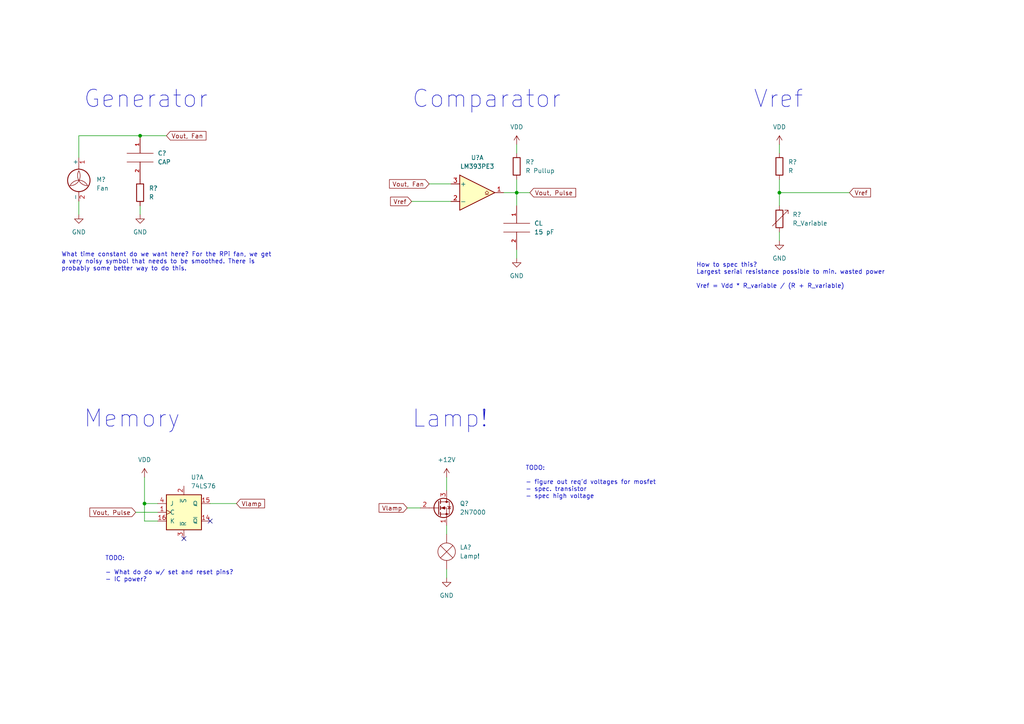
<source format=kicad_sch>
(kicad_sch (version 20211123) (generator eeschema)
  (paper "A4")
  (title_block (title "Candle Lamp Circuit") (rev "0.0.1dev"))
  (lib_symbols
    (symbol "74xx:74LS76" (pin_names (offset 1.016))
      (property "Reference" "U" (at -7.62 8.89 0))
      (property "Value" "74LS76" (at -7.62 -8.89 0))
      (symbol "74LS76_1_0"
        (pin input clock (at -7.62 0 0) (length 2.54) (name "C") (number "1"))
        (pin output line (at 7.62 -2.54 180) (length 2.54) (name "~{Q}") (number "14"))
        (pin output line (at 7.62 2.54 180) (length 2.54) (name "Q") (number "15"))
        (pin input line (at -7.62 -2.54 0) (length 2.54) (name "K") (number "16"))
        (pin input line (at 0 7.62 270) (length 2.54) (name "~{S}") (number "2"))
        (pin input line (at 0 -7.62 90) (length 2.54) (name "~{R}") (number "3"))
        (pin input line (at -7.62 2.54 0) (length 2.54) (name "J") (number "4"))
      )
      (symbol "74LS76_1_1"
        (rectangle (start -5.08 5.08) (end 5.08 -5.08) (stroke (width 0.254)) (fill (type background)))
      )
      (symbol "74LS76_2_0"
        (pin output line (at 7.62 -2.54 180) (length 2.54) (name "~{Q}") (number "10"))
        (pin output line (at 7.62 2.54 180) (length 2.54) (name "Q") (number "11"))
        (pin input line (at -7.62 -2.54 0) (length 2.54) (name "K") (number "12"))
        (pin input clock (at -7.62 0 0) (length 2.54) (name "C") (number "6"))
        (pin input line (at 0 7.62 270) (length 2.54) (name "~{S}") (number "7"))
        (pin input line (at 0 -7.62 90) (length 2.54) (name "~{R}") (number "8"))
        (pin input line (at -7.62 2.54 0) (length 2.54) (name "J") (number "9"))
      )
      (symbol "74LS76_2_1"
        (rectangle (start -5.08 5.08) (end 5.08 -5.08) (stroke (width 0.254)) (fill (type background)))
      )
      (symbol "74LS76_3_0"
        (pin power_in line (at 0 -10.16 90) (length 2.54) (name "GND") (number "13"))
        (pin power_in line (at 0 10.16 270) (length 2.54) (name "VCC") (number "5"))
      )
      (symbol "74LS76_3_1"
        (rectangle (start -5.08 7.62) (end 5.08 -7.62) (stroke (width 0.254)) (fill (type background)))
      )
    )
    (symbol "Comparator:LM393" (pin_names (offset 0.127))
      (property "Reference" "U" (at 3.81 3.81 0))
      (property "Value" "LM393" (at 6.35 -3.81 0))
      (symbol "LM393_1_1"
        (polyline (pts (xy -5.08 5.08) (xy 5.08 0) (xy -5.08 -5.08) (xy -5.08 5.08)) (stroke (width 0.254)) (fill (type background)))
        (polyline (pts (xy 3.302 -0.508) (xy 2.794 -0.508) (xy 3.302 0) (xy 2.794 0.508) (xy 2.286 0) (xy 2.794 -0.508) (xy 2.286 -0.508)) (stroke (width 0.127)))
        (pin open_collector line (at 7.62 0 180) (length 2.54) (name "~") (number "1"))
        (pin input line (at -7.62 -2.54 0) (length 2.54) (name "-") (number "2"))
        (pin input line (at -7.62 2.54 0) (length 2.54) (name "+") (number "3"))
      )
      (symbol "LM393_2_1"
        (polyline (pts (xy -5.08 5.08) (xy 5.08 0) (xy -5.08 -5.08) (xy -5.08 5.08)) (stroke (width 0.254)) (fill (type background)))
        (polyline (pts (xy 3.302 -0.508) (xy 2.794 -0.508) (xy 3.302 0) (xy 2.794 0.508) (xy 2.286 0) (xy 2.794 -0.508) (xy 2.286 -0.508)) (stroke (width 0.127)))
        (pin input line (at -7.62 2.54 0) (length 2.54) (name "+") (number "5"))
        (pin input line (at -7.62 -2.54 0) (length 2.54) (name "-") (number "6"))
        (pin open_collector line (at 7.62 0 180) (length 2.54) (name "~") (number "7"))
      )
      (symbol "LM393_3_1"
        (pin power_in line (at -2.54 -7.62 90) (length 3.81) (name "V-") (number "4"))
        (pin power_in line (at -2.54 7.62 270) (length 3.81) (name "V+") (number "8"))
      )
    )
    (symbol "Device:Lamp" (pin_numbers hide) (pin_names (offset 0.0254) hide)
      (property "Reference" "LA" (at 0.635 3.81 0))
      (property "Value" "Lamp" (at 0.635 -3.81 0))
      (symbol "Lamp_0_1"
        (polyline (pts (xy -1.778 1.778) (xy 1.778 -1.778)))
        (polyline (pts (xy 1.778 1.778) (xy -1.778 -1.778)))
        (circle (center 0 0) (radius 2.54))
      )
      (symbol "Lamp_1_1"
        (pin passive line (at 0 -5.08 90) (length 2.54) (name "-") (number "1"))
        (pin passive line (at 0 5.08 270) (length 2.54) (name "+") (number "2"))
      )
    )
    (symbol "Device:R" (pin_numbers hide) (pin_names (offset 0))
      (property "Reference" "R" (at 2.032 0 90))
      (property "Value" "R" (at 0 0 90))
      (symbol "R_0_1"
        (rectangle (start -1.016 -2.54) (end 1.016 2.54) (stroke (width 0.254)))
      )
      (symbol "R_1_1"
        (pin passive line (at 0 3.81 270) (length 1.27) (name "~") (number "1"))
        (pin passive line (at 0 -3.81 90) (length 1.27) (name "~") (number "2"))
      )
    )
    (symbol "Device:R_Variable" (pin_numbers hide) (pin_names (offset 0))
      (property "Reference" "R" (at 2.54 -2.54 90))
      (property "Value" "R_Variable" (at -2.54 -1.27 90))
      (symbol "R_Variable_0_1"
        (rectangle (start -1.016 -2.54) (end 1.016 2.54) (stroke (width 0.254)))
        (polyline (pts (xy 2.54 1.524) (xy 2.54 2.54) (xy 1.524 2.54) (xy 2.54 2.54) (xy -2.032 -2.032)))
      )
      (symbol "R_Variable_1_1"
        (pin passive line (at 0 3.81 270) (length 1.27) (name "~") (number "1"))
        (pin passive line (at 0 -3.81 90) (length 1.27) (name "~") (number "2"))
      )
    )
    (symbol "Motor:Fan" (pin_names (offset 0))
      (property "Reference" "M" (at 2.54 5.08 0))
      (property "Value" "Fan" (at 2.54 -2.54 0))
      (symbol "Fan_0_1"
        (arc (start -2.54 -0.508) (mid 0.0028 0.9121) (end 0 3.81))
        (polyline (pts (xy 0 -5.08) (xy 0 -4.572)))
        (polyline (pts (xy 0 -2.2352) (xy 0 -2.6416)))
        (polyline (pts (xy 0 4.2672) (xy 0 4.6228)))
        (polyline (pts (xy 0 4.572) (xy 0 5.08)))
        (circle (center 0 1.016) (radius 3.2512) (stroke (width 0.254)))
        (arc (start 0 3.81) (mid 0.053 0.921) (end 2.54 -0.508))
        (arc (start 2.54 -0.508) (mid 0 1.0618) (end -2.54 -0.508))
      )
      (symbol "Fan_1_1"
        (pin passive line (at 0 7.62 270) (length 2.54) (name "+") (number "1"))
        (pin passive line (at 0 -5.08 90) (length 2.54) (name "-") (number "2"))
      )
    )
    (symbol "Transistor_FET:2N7000" (pin_names hide)
      (property "Reference" "Q" (at 5.08 1.905 0))
      (property "Value" "2N7000" (at 5.08 0 0))
      (symbol "2N7000_0_1"
        (polyline (pts (xy 0.254 0) (xy -2.54 0)))
        (polyline (pts (xy 0.254 1.905) (xy 0.254 -1.905)) (stroke (width 0.254)))
        (polyline (pts (xy 0.762 -1.27) (xy 0.762 -2.286)) (stroke (width 0.254)))
        (polyline (pts (xy 0.762 0.508) (xy 0.762 -0.508)) (stroke (width 0.254)))
        (polyline (pts (xy 0.762 2.286) (xy 0.762 1.27)) (stroke (width 0.254)))
        (polyline (pts (xy 2.54 2.54) (xy 2.54 1.778)))
        (polyline (pts (xy 2.54 -2.54) (xy 2.54 0) (xy 0.762 0)))
        (polyline (pts (xy 0.762 -1.778) (xy 3.302 -1.778) (xy 3.302 1.778) (xy 0.762 1.778)))
        (polyline (pts (xy 1.016 0) (xy 2.032 0.381) (xy 2.032 -0.381) (xy 1.016 0)) (fill (type outline)))
        (polyline (pts (xy 2.794 0.508) (xy 2.921 0.381) (xy 3.683 0.381) (xy 3.81 0.254)))
        (polyline (pts (xy 3.302 0.381) (xy 2.921 -0.254) (xy 3.683 -0.254) (xy 3.302 0.381)))
        (circle (center 1.651 0) (radius 2.794) (stroke (width 0.254)))
        (circle (center 2.54 -1.778) (radius 0.254) (fill (type outline)))
        (circle (center 2.54 1.778) (radius 0.254) (fill (type outline)))
      )
      (symbol "2N7000_1_1"
        (pin passive line (at 2.54 -5.08 90) (length 2.54) (name "S") (number "1"))
        (pin input line (at -5.08 0 0) (length 2.54) (name "G") (number "2"))
        (pin passive line (at 2.54 5.08 270) (length 2.54) (name "D") (number "3"))
      )
    )
    (symbol "power:+12V" (power) (pin_names (offset 0))
      (property "Value" "+12V" (at 0 3.556 0))
      (symbol "+12V_0_1"
        (polyline (pts (xy -0.762 1.27) (xy 0 2.54)))
        (polyline (pts (xy 0 0) (xy 0 2.54)))
        (polyline (pts (xy 0 2.54) (xy 0.762 1.27)))
      )
      (symbol "+12V_1_1"
        (pin power_in line (at 0 0 90) (length 0) hide (name "+12V") (number "1"))
      )
    )
    (symbol "power:GND" (power) (pin_names (offset 0))
      (property "Value" "GND" (at 0 -3.81 0))
      (symbol "GND_0_1"
        (polyline (pts (xy 0 0) (xy 0 -1.27) (xy 1.27 -1.27) (xy 0 -2.54) (xy -1.27 -1.27) (xy 0 -1.27)))
      )
      (symbol "GND_1_1"
        (pin power_in line (at 0 0 270) (length 0) hide (name "GND") (number "1"))
      )
    )
    (symbol "power:VDD" (power) (pin_names (offset 0))
      (property "Value" "VDD" (at 0 3.81 0))
      (symbol "VDD_0_1"
        (polyline (pts (xy -0.762 1.27) (xy 0 2.54)))
        (polyline (pts (xy 0 0) (xy 0 2.54)))
        (polyline (pts (xy 0 2.54) (xy 0.762 1.27)))
      )
      (symbol "VDD_1_1"
        (pin power_in line (at 0 0 90) (length 0) hide (name "VDD") (number "1"))
      )
    )
    (symbol "pspice:CAP" (pin_names (offset 0.254))
      (property "Reference" "C" (at 2.54 3.81 90))
      (property "Value" "CAP" (at 2.54 -3.81 90))
      (symbol "CAP_0_1"
        (polyline (pts (xy -3.81 -1.27) (xy 3.81 -1.27)))
        (polyline (pts (xy -3.81 1.27) (xy 3.81 1.27)))
      )
      (symbol "CAP_1_1"
        (pin passive line (at 0 6.35 270) (length 5.08) (name "~") (number "1"))
        (pin passive line (at 0 -6.35 90) (length 5.08) (name "~") (number "2"))
      )
    )
  )
  (junction (at 40.64 39.37))
  (junction (at 149.86 55.88))
  (junction (at 226.06 55.88))
  (junction (at 41.91 146.05))
  (no_connect (at 53.34 156.21))
  (no_connect (at 60.96 151.13))
  (wire (pts (xy 226.06 55.88) (xy 226.06 59.69)))
  (wire (pts (xy 129.54 152.4) (xy 129.54 154.94)))
  (wire (pts (xy 124.46 53.34) (xy 130.81 53.34)))
  (wire (pts (xy 226.06 52.07) (xy 226.06 55.88)))
  (wire (pts (xy 39.37 148.59) (xy 45.72 148.59)))
  (wire (pts (xy 119.38 58.42) (xy 130.81 58.42)))
  (wire (pts (xy 129.54 138.43) (xy 129.54 142.24)))
  (wire (pts (xy 40.64 39.37) (xy 48.26 39.37)))
  (wire (pts (xy 146.05 55.88) (xy 149.86 55.88)))
  (wire (pts (xy 41.91 138.43) (xy 41.91 146.05)))
  (wire (pts (xy 22.86 45.72) (xy 22.86 39.37)))
  (wire (pts (xy 45.72 151.13) (xy 41.91 151.13)))
  (wire (pts (xy 226.06 67.31) (xy 226.06 69.85)))
  (wire (pts (xy 40.64 59.69) (xy 40.64 62.23)))
  (wire (pts (xy 149.86 55.88) (xy 153.67 55.88)))
  (wire (pts (xy 149.86 52.07) (xy 149.86 55.88)))
  (wire (pts (xy 22.86 58.42) (xy 22.86 62.23)))
  (wire (pts (xy 149.86 41.91) (xy 149.86 44.45)))
  (wire (pts (xy 118.11 147.32) (xy 121.92 147.32)))
  (wire (pts (xy 41.91 146.05) (xy 45.72 146.05)))
  (wire (pts (xy 226.06 55.88) (xy 246.38 55.88)))
  (wire (pts (xy 226.06 41.91) (xy 226.06 44.45)))
  (wire (pts (xy 60.96 146.05) (xy 68.58 146.05)))
  (wire (pts (xy 41.91 151.13) (xy 41.91 146.05)))
  (wire (pts (xy 129.54 165.1) (xy 129.54 167.64)))
  (wire (pts (xy 149.86 55.88) (xy 149.86 59.69)))
  (wire (pts (xy 149.86 72.39) (xy 149.86 74.93)))
  (wire (pts (xy 22.86 39.37) (xy 40.64 39.37)))
  (text "Memory" (at 24.13 124.46 0) (effects (font (size 5 5)) (justify left bottom)))
  (text "Generator" (at 24.13 31.75 0) (effects (font (size 5 5)) (justify left bottom)))
  (text "How to spec this?\nLargest serial resistance possible to min. wasted power\n\nVref = Vdd * R_variable / (R + R_variable)" (at 201.93 83.82 0) (effects (font (size 1.27 1.27)) (justify left bottom)))
  (text "Lamp!" (at 119.38 124.46 0) (effects (font (size 5 5)) (justify left bottom)))
  (text "TODO:\n\n- What do do w/ set and reset pins?\n- IC power?" (at 30.48 168.91 0) (effects (font (size 1.27 1.27)) (justify left bottom)))
  (text "TODO:\n\n- figure out req'd voltages for mosfet\n- spec. transistor\n- spec high voltage" (at 152.4 144.78 0) (effects (font (size 1.27 1.27)) (justify left bottom)))
  (text "Comparator" (at 119.38 31.75 0) (effects (font (size 5 5)) (justify left bottom)))
  (text "Vref" (at 218.44 31.75 0) (effects (font (size 5 5)) (justify left bottom)))
  (text "What time constant do we want here? For the RPi fan, we get\na very noisy symbol that needs to be smoothed. There is\nprobably some better way to do this." (at 17.78 78.74 0) (effects (font (size 1.27 1.27)) (justify left bottom)))
  (global_label "Vref" (shape input) (at 246.38 55.88 0) (property "Intersheet References" "${INTERSHEET_REFS}" (effects hide)))
  (global_label "Vout, Pulse" (shape input) (at 153.67 55.88 0) (property "Intersheet References" "${INTERSHEET_REFS}" (effects hide)))
  (global_label "Vout, Fan" (shape input) (at 124.46 53.34 180) (property "Intersheet References" "${INTERSHEET_REFS}" (effects hide)))
  (global_label "Vout, Fan" (shape input) (at 48.26 39.37 0) (property "Intersheet References" "${INTERSHEET_REFS}" (effects hide)))
  (global_label "Vlamp" (shape input) (at 68.58 146.05 0) (property "Intersheet References" "${INTERSHEET_REFS}" (effects hide)))
  (global_label "Vlamp" (shape input) (at 118.11 147.32 180) (property "Intersheet References" "${INTERSHEET_REFS}" (effects hide)))
  (global_label "Vout, Pulse" (shape input) (at 39.37 148.59 180) (property "Intersheet References" "${INTERSHEET_REFS}" (effects hide)))
  (global_label "Vref" (shape input) (at 119.38 58.42 180) (property "Intersheet References" "${INTERSHEET_REFS}" (effects hide)))
  (symbol (lib_id "Device:R") (at 226.06 48.26 0) (unit 1)
    (property "Reference" "R?" (at 228.6 46.9899 0) (effects (justify left)))
    (property "Value" "R" (at 228.6 49.5299 0) (effects (justify left)))
  )
  (symbol (lib_id "Device:Lamp") (at 129.54 160.02 0) (unit 1)
    (property "Reference" "LA?" (at 133.35 158.7499 0) (effects (justify left)))
    (property "Value" "Lamp!" (at 133.35 161.2899 0) (effects (justify left)))
  )
  (symbol (lib_id "power:GND") (at 226.06 69.85 0) (unit 1)
    (property "Reference" "#PWR?" (effects hide))
    (property "Value" "GND" (at 226.06 74.93 0))
  )
  (symbol (lib_id "power:VDD") (at 41.91 138.43 0) (unit 1)
    (property "Reference" "#PWR?" (effects hide))
    (property "Value" "VDD" (at 41.91 133.35 0))
  )
  (symbol (lib_id "power:+12V") (at 129.54 138.43 0) (unit 1)
    (property "Reference" "#PWR?" (effects hide))
    (property "Value" "+12V" (at 129.54 133.35 0))
  )
  (symbol (lib_id "power:VDD") (at 226.06 41.91 0) (unit 1)
    (property "Reference" "#PWR?" (effects hide))
    (property "Value" "VDD" (at 226.06 36.83 0))
  )
  (symbol (lib_id "power:VDD") (at 149.86 41.91 0) (unit 1)
    (property "Reference" "#PWR?" (effects hide))
    (property "Value" "VDD" (at 149.86 36.83 0))
  )
  (symbol (lib_id "pspice:CAP") (at 149.86 66.04 0) (unit 1)
    (property "Reference" "CL" (at 154.94 64.7699 0) (effects (justify left)))
    (property "Value" "15 pF" (at 154.94 67.3099 0) (effects (justify left)))
  )
  (symbol (lib_id "Device:R") (at 149.86 48.26 0) (unit 1)
    (property "Reference" "R?" (at 152.4 46.9899 0) (effects (justify left)))
    (property "Value" "R Pullup" (at 152.4 49.5299 0) (effects (justify left)))
  )
  (symbol (lib_id "74xx:74LS76") (at 53.34 148.59 0) (unit 1)
    (property "Reference" "U?" (at 55.3594 138.43 0) (effects (justify left)))
    (property "Value" "74LS76" (at 55.3594 140.97 0) (effects (justify left)))
    (property "Datasheet" "http://www.ti.com/lit/gpn/sn74LS76" (effects hide))
  )
  (symbol (lib_id "pspice:CAP") (at 40.64 45.72 0) (unit 1)
    (property "Reference" "C?" (at 45.72 44.4499 0) (effects (justify left)))
    (property "Value" "CAP" (at 45.72 46.9899 0) (effects (justify left)))
  )
  (symbol (lib_id "power:GND") (at 129.54 167.64 0) (unit 1)
    (property "Reference" "#PWR?" (effects hide))
    (property "Value" "GND" (at 129.54 172.72 0))
  )
  (symbol (lib_id "Transistor_FET:2N7000") (at 127 147.32 0) (unit 1)
    (property "Reference" "Q?" (at 133.35 146.0499 0) (effects (justify left)))
    (property "Value" "2N7000" (at 133.35 148.5899 0) (effects (justify left)))
    (property "Footprint" "Package_TO_SOT_THT:TO-92_Inline" (effects hide))
    (property "Datasheet" "https://www.vishay.com/docs/70226/70226.pdf" (effects hide))
  )
  (symbol (lib_id "power:GND") (at 149.86 74.93 0) (unit 1)
    (property "Reference" "#PWR?" (effects hide))
    (property "Value" "GND" (at 149.86 80.01 0))
  )
  (symbol (lib_id "power:GND") (at 22.86 62.23 0) (unit 1)
    (property "Reference" "#PWR?" (effects hide))
    (property "Value" "GND" (at 22.86 67.31 0))
  )
  (symbol (lib_id "power:GND") (at 40.64 62.23 0) (unit 1)
    (property "Reference" "#PWR?" (effects hide))
    (property "Value" "GND" (at 40.64 67.31 0))
  )
  (symbol (lib_id "Motor:Fan") (at 22.86 53.34 0) (unit 1)
    (property "Reference" "M?" (at 27.94 52.0699 0) (effects (justify left)))
    (property "Value" "Fan" (at 27.94 54.6099 0) (effects (justify left)))
  )
  (symbol (lib_id "Device:R_Variable") (at 226.06 63.5 0) (unit 1)
    (property "Reference" "R?" (at 229.87 62.2299 0) (effects (justify left)))
    (property "Value" "R_Variable" (at 229.87 64.7699 0) (effects (justify left)))
  )
  (symbol (lib_id "Comparator:LM393") (at 138.43 55.88 0) (unit 1)
    (property "Reference" "U?" (at 138.43 45.72 0))
    (property "Value" "LM393PE3" (at 138.43 48.26 0))
    (property "Datasheet" "http://www.ti.com/lit/ds/symlink/lm393.pdf" (effects hide))
  )
  (symbol (lib_id "Device:R") (at 40.64 55.88 0) (unit 1)
    (property "Reference" "R?" (at 43.18 54.6099 0) (effects (justify left)))
    (property "Value" "R" (at 43.18 57.1499 0) (effects (justify left)))
  )
)
</source>
